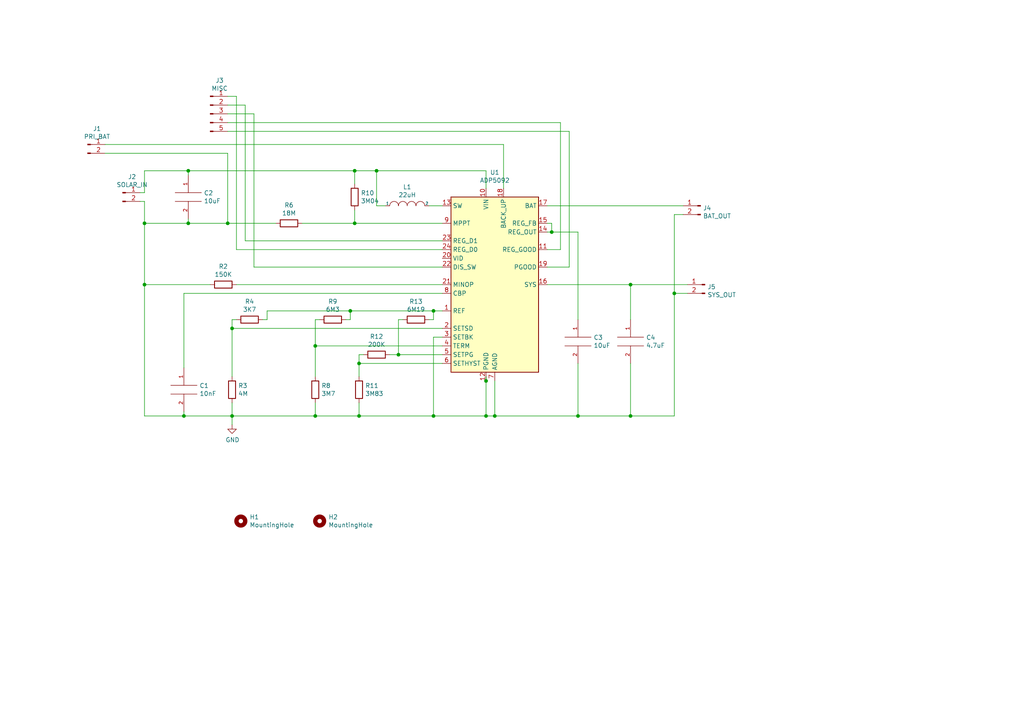
<source format=kicad_sch>
(kicad_sch (version 20211123) (generator eeschema)
  (paper "A4")
  (lib_symbols
    (symbol "Battery_Management:ADP5092"
      (property "Reference" "U" (at -10.16 26.67 0))
      (property "Value" "ADP5092" (at 7.62 26.67 0))
      (symbol "ADP5092_0_1"
        (rectangle (start 12.7 25.4) (end -12.7 -25.4) (stroke (width 0.254)) (fill (type background)))
      )
      (symbol "ADP5092_1_1"
        (pin passive line (at -15.24 -7.62 0) (length 2.54) (name "REF") (number "1"))
        (pin power_in line (at -2.54 27.94 270) (length 2.54) (name "VIN") (number "10"))
        (pin output line (at 15.24 10.16 180) (length 2.54) (name "REG_GOOD") (number "11"))
        (pin power_in line (at -2.54 -27.94 90) (length 2.54) (name "PGND") (number "12"))
        (pin power_in line (at -15.24 22.86 0) (length 2.54) (name "SW") (number "13"))
        (pin power_out line (at 15.24 15.24 180) (length 2.54) (name "REG_OUT") (number "14"))
        (pin power_out line (at 15.24 17.78 180) (length 2.54) (name "REG_FB") (number "15"))
        (pin power_out line (at 15.24 0 180) (length 2.54) (name "SYS") (number "16"))
        (pin power_out line (at 15.24 22.86 180) (length 2.54) (name "BAT") (number "17"))
        (pin power_in line (at 2.54 27.94 270) (length 2.54) (name "BACK_UP") (number "18"))
        (pin output line (at 15.24 5.08 180) (length 2.54) (name "PGOOD") (number "19"))
        (pin passive line (at -15.24 -12.7 0) (length 2.54) (name "SETSD") (number "2"))
        (pin input line (at -15.24 7.62 0) (length 2.54) (name "VID") (number "20"))
        (pin passive line (at -15.24 0 0) (length 2.54) (name "MINOP") (number "21"))
        (pin input line (at -15.24 5.08 0) (length 2.54) (name "DIS_SW") (number "22"))
        (pin input line (at -15.24 12.7 0) (length 2.54) (name "REG_D1") (number "23"))
        (pin input line (at -15.24 10.16 0) (length 2.54) (name "REG_D0") (number "24"))
        (pin passive line (at 0 -27.94 90) (length 2.54) hide (name "AGND") (number "25"))
        (pin passive line (at -15.24 -15.24 0) (length 2.54) (name "SETBK") (number "3"))
        (pin passive line (at -15.24 -17.78 0) (length 2.54) (name "TERM") (number "4"))
        (pin passive line (at -15.24 -20.32 0) (length 2.54) (name "SETPG") (number "5"))
        (pin passive line (at -15.24 -22.86 0) (length 2.54) (name "SETHYST") (number "6"))
        (pin power_in line (at 0 -27.94 90) (length 2.54) (name "AGND") (number "7"))
        (pin passive line (at -15.24 -2.54 0) (length 2.54) (name "CBP") (number "8"))
        (pin input line (at -15.24 17.78 0) (length 2.54) (name "MPPT") (number "9"))
      )
    )
    (symbol "Connector:Conn_01x02_Male" (pin_names (offset 1.016) hide)
      (property "Reference" "J" (at 0 2.54 0))
      (property "Value" "Conn_01x02_Male" (at 0 -5.08 0))
      (symbol "Conn_01x02_Male_1_1"
        (polyline (pts (xy 1.27 -2.54) (xy 0.8636 -2.54)) (stroke (width 0.1524)))
        (polyline (pts (xy 1.27 0) (xy 0.8636 0)) (stroke (width 0.1524)))
        (rectangle (start 0.8636 -2.413) (end 0 -2.667) (stroke (width 0.1524)) (fill (type outline)))
        (rectangle (start 0.8636 0.127) (end 0 -0.127) (stroke (width 0.1524)) (fill (type outline)))
        (pin passive line (at 5.08 0 180) (length 3.81) (name "Pin_1") (number "1"))
        (pin passive line (at 5.08 -2.54 180) (length 3.81) (name "Pin_2") (number "2"))
      )
    )
    (symbol "Connector:Conn_01x05_Male" (pin_names (offset 1.016) hide)
      (property "Reference" "J" (at 0 7.62 0))
      (property "Value" "Conn_01x05_Male" (at 0 -7.62 0))
      (symbol "Conn_01x05_Male_1_1"
        (polyline (pts (xy 1.27 -5.08) (xy 0.8636 -5.08)) (stroke (width 0.1524)))
        (polyline (pts (xy 1.27 -2.54) (xy 0.8636 -2.54)) (stroke (width 0.1524)))
        (polyline (pts (xy 1.27 0) (xy 0.8636 0)) (stroke (width 0.1524)))
        (polyline (pts (xy 1.27 2.54) (xy 0.8636 2.54)) (stroke (width 0.1524)))
        (polyline (pts (xy 1.27 5.08) (xy 0.8636 5.08)) (stroke (width 0.1524)))
        (rectangle (start 0.8636 -4.953) (end 0 -5.207) (stroke (width 0.1524)) (fill (type outline)))
        (rectangle (start 0.8636 -2.413) (end 0 -2.667) (stroke (width 0.1524)) (fill (type outline)))
        (rectangle (start 0.8636 0.127) (end 0 -0.127) (stroke (width 0.1524)) (fill (type outline)))
        (rectangle (start 0.8636 2.667) (end 0 2.413) (stroke (width 0.1524)) (fill (type outline)))
        (rectangle (start 0.8636 5.207) (end 0 4.953) (stroke (width 0.1524)) (fill (type outline)))
        (pin passive line (at 5.08 5.08 180) (length 3.81) (name "Pin_1") (number "1"))
        (pin passive line (at 5.08 2.54 180) (length 3.81) (name "Pin_2") (number "2"))
        (pin passive line (at 5.08 0 180) (length 3.81) (name "Pin_3") (number "3"))
        (pin passive line (at 5.08 -2.54 180) (length 3.81) (name "Pin_4") (number "4"))
        (pin passive line (at 5.08 -5.08 180) (length 3.81) (name "Pin_5") (number "5"))
      )
    )
    (symbol "Device:R" (pin_numbers hide) (pin_names (offset 0))
      (property "Reference" "R" (at 2.032 0 90))
      (property "Value" "R" (at 0 0 90))
      (symbol "R_0_1"
        (rectangle (start -1.016 -2.54) (end 1.016 2.54) (stroke (width 0.254)))
      )
      (symbol "R_1_1"
        (pin passive line (at 0 3.81 270) (length 1.27) (name "~") (number "1"))
        (pin passive line (at 0 -3.81 90) (length 1.27) (name "~") (number "2"))
      )
    )
    (symbol "Mechanical:MountingHole" (pin_names (offset 1.016))
      (property "Reference" "H" (at 0 5.08 0))
      (property "Value" "MountingHole" (at 0 3.175 0))
      (symbol "MountingHole_0_1"
        (circle (center 0 0) (radius 1.27) (stroke (width 1.27)))
      )
    )
    (symbol "power:GND" (power) (pin_names (offset 0))
      (property "Value" "GND" (at 0 -3.81 0))
      (symbol "GND_0_1"
        (polyline (pts (xy 0 0) (xy 0 -1.27) (xy 1.27 -1.27) (xy 0 -2.54) (xy -1.27 -1.27) (xy 0 -1.27)))
      )
      (symbol "GND_1_1"
        (pin power_in line (at 0 0 270) (length 0) hide (name "GND") (number "1"))
      )
    )
    (symbol "pspice:CAP" (pin_names (offset 0.254))
      (property "Reference" "C" (at 2.54 3.81 90))
      (property "Value" "CAP" (at 2.54 -3.81 90))
      (symbol "CAP_0_1"
        (polyline (pts (xy -3.81 -1.27) (xy 3.81 -1.27)))
        (polyline (pts (xy -3.81 1.27) (xy 3.81 1.27)))
      )
      (symbol "CAP_1_1"
        (pin passive line (at 0 6.35 270) (length 5.08) (name "~") (number "1"))
        (pin passive line (at 0 -6.35 90) (length 5.08) (name "~") (number "2"))
      )
    )
    (symbol "pspice:INDUCTOR" (pin_numbers hide) (pin_names (offset 0))
      (property "Reference" "L" (at 0 2.54 0))
      (property "Value" "INDUCTOR" (at 0 -1.27 0))
      (symbol "INDUCTOR_0_1"
        (arc (start -2.54 0) (mid -3.81 1.27) (end -5.08 0))
        (arc (start 0 0) (mid -1.27 1.27) (end -2.54 0))
        (arc (start 2.54 0) (mid 1.27 1.27) (end 0 0))
        (arc (start 5.08 0) (mid 3.81 1.27) (end 2.54 0))
      )
      (symbol "INDUCTOR_1_1"
        (pin input line (at -6.35 0 0) (length 1.27) (name "1") (number "1"))
        (pin input line (at 6.35 0 180) (length 1.27) (name "2") (number "2"))
      )
    )
  )
  (junction (at 195.58 85.09))
  (junction (at 53.34 120.65))
  (junction (at 140.97 120.65))
  (junction (at 140.97 110.49))
  (junction (at 54.61 64.77))
  (junction (at 125.73 120.65))
  (junction (at 67.31 95.25))
  (junction (at 91.44 100.33))
  (junction (at 104.14 120.65))
  (junction (at 125.73 90.17))
  (junction (at 115.57 102.87))
  (junction (at 54.61 49.53))
  (junction (at 66.04 64.77))
  (junction (at 41.91 64.77))
  (junction (at 102.87 64.77))
  (junction (at 101.6 90.17))
  (junction (at 182.88 82.55))
  (junction (at 143.51 120.65))
  (junction (at 41.91 82.55))
  (junction (at 91.44 120.65))
  (junction (at 160.02 67.31))
  (junction (at 104.14 105.41))
  (junction (at 167.64 120.65))
  (junction (at 109.22 49.53))
  (junction (at 102.87 49.53))
  (junction (at 182.88 120.65))
  (junction (at 67.31 120.65))
  (wire (pts (xy 66.04 64.77) (xy 54.61 64.77)))
  (wire (pts (xy 165.1 38.1) (xy 165.1 77.47)))
  (wire (pts (xy 30.48 41.91) (xy 146.05 41.91)))
  (wire (pts (xy 87.63 64.77) (xy 102.87 64.77)))
  (wire (pts (xy 146.05 41.91) (xy 146.05 54.61)))
  (wire (pts (xy 195.58 62.23) (xy 195.58 85.09)))
  (wire (pts (xy 125.73 90.17) (xy 128.27 90.17)))
  (wire (pts (xy 91.44 92.71) (xy 91.44 100.33)))
  (wire (pts (xy 125.73 97.79) (xy 125.73 120.65)))
  (wire (pts (xy 92.71 92.71) (xy 91.44 92.71)))
  (wire (pts (xy 128.27 97.79) (xy 125.73 97.79)))
  (wire (pts (xy 102.87 49.53) (xy 54.61 49.53)))
  (wire (pts (xy 104.14 116.84) (xy 104.14 120.65)))
  (wire (pts (xy 158.75 82.55) (xy 182.88 82.55)))
  (wire (pts (xy 30.48 44.45) (xy 66.04 44.45)))
  (wire (pts (xy 167.64 120.65) (xy 143.51 120.65)))
  (wire (pts (xy 66.04 33.02) (xy 73.66 33.02)))
  (wire (pts (xy 198.12 62.23) (xy 195.58 62.23)))
  (wire (pts (xy 165.1 77.47) (xy 158.75 77.47)))
  (wire (pts (xy 67.31 95.25) (xy 128.27 95.25)))
  (wire (pts (xy 71.12 30.48) (xy 71.12 69.85)))
  (wire (pts (xy 162.56 72.39) (xy 158.75 72.39)))
  (wire (pts (xy 67.31 92.71) (xy 67.31 95.25)))
  (wire (pts (xy 140.97 110.49) (xy 140.97 120.65)))
  (wire (pts (xy 60.96 82.55) (xy 41.91 82.55)))
  (wire (pts (xy 80.01 64.77) (xy 66.04 64.77)))
  (wire (pts (xy 54.61 49.53) (xy 54.61 50.8)))
  (wire (pts (xy 162.56 35.56) (xy 162.56 72.39)))
  (wire (pts (xy 128.27 72.39) (xy 68.58 72.39)))
  (wire (pts (xy 198.12 59.69) (xy 158.75 59.69)))
  (wire (pts (xy 104.14 120.65) (xy 91.44 120.65)))
  (wire (pts (xy 102.87 64.77) (xy 128.27 64.77)))
  (wire (pts (xy 104.14 102.87) (xy 105.41 102.87)))
  (wire (pts (xy 41.91 82.55) (xy 41.91 120.65)))
  (wire (pts (xy 199.39 85.09) (xy 195.58 85.09)))
  (wire (pts (xy 128.27 59.69) (xy 124.46 59.69)))
  (wire (pts (xy 71.12 69.85) (xy 128.27 69.85)))
  (wire (pts (xy 41.91 55.88) (xy 41.91 49.53)))
  (wire (pts (xy 102.87 49.53) (xy 109.22 49.53)))
  (wire (pts (xy 160.02 67.31) (xy 158.75 67.31)))
  (wire (pts (xy 102.87 60.96) (xy 102.87 64.77)))
  (wire (pts (xy 104.14 105.41) (xy 128.27 105.41)))
  (wire (pts (xy 53.34 120.65) (xy 67.31 120.65)))
  (wire (pts (xy 199.39 82.55) (xy 182.88 82.55)))
  (wire (pts (xy 124.46 92.71) (xy 125.73 92.71)))
  (wire (pts (xy 195.58 85.09) (xy 195.58 120.65)))
  (wire (pts (xy 41.91 58.42) (xy 41.91 64.77)))
  (wire (pts (xy 143.51 120.65) (xy 140.97 120.65)))
  (wire (pts (xy 68.58 27.94) (xy 66.04 27.94)))
  (wire (pts (xy 73.66 77.47) (xy 128.27 77.47)))
  (wire (pts (xy 77.47 90.17) (xy 101.6 90.17)))
  (wire (pts (xy 91.44 116.84) (xy 91.44 120.65)))
  (wire (pts (xy 91.44 100.33) (xy 91.44 109.22)))
  (wire (pts (xy 113.03 102.87) (xy 115.57 102.87)))
  (wire (pts (xy 68.58 72.39) (xy 68.58 27.94)))
  (wire (pts (xy 158.75 64.77) (xy 160.02 64.77)))
  (wire (pts (xy 53.34 106.68) (xy 53.34 85.09)))
  (wire (pts (xy 68.58 82.55) (xy 128.27 82.55)))
  (wire (pts (xy 66.04 44.45) (xy 66.04 64.77)))
  (wire (pts (xy 53.34 85.09) (xy 128.27 85.09)))
  (wire (pts (xy 41.91 49.53) (xy 54.61 49.53)))
  (wire (pts (xy 104.14 105.41) (xy 104.14 102.87)))
  (wire (pts (xy 100.33 92.71) (xy 101.6 92.71)))
  (wire (pts (xy 128.27 102.87) (xy 115.57 102.87)))
  (wire (pts (xy 195.58 120.65) (xy 182.88 120.65)))
  (wire (pts (xy 67.31 116.84) (xy 67.31 120.65)))
  (wire (pts (xy 66.04 35.56) (xy 162.56 35.56)))
  (wire (pts (xy 115.57 92.71) (xy 116.84 92.71)))
  (wire (pts (xy 67.31 120.65) (xy 91.44 120.65)))
  (wire (pts (xy 67.31 123.19) (xy 67.31 120.65)))
  (wire (pts (xy 109.22 49.53) (xy 140.97 49.53)))
  (wire (pts (xy 40.64 58.42) (xy 41.91 58.42)))
  (wire (pts (xy 182.88 105.41) (xy 182.88 120.65)))
  (wire (pts (xy 115.57 102.87) (xy 115.57 92.71)))
  (wire (pts (xy 111.76 59.69) (xy 109.22 59.69)))
  (wire (pts (xy 140.97 109.22) (xy 140.97 110.49)))
  (wire (pts (xy 140.97 120.65) (xy 125.73 120.65)))
  (wire (pts (xy 68.58 92.71) (xy 67.31 92.71)))
  (wire (pts (xy 125.73 120.65) (xy 104.14 120.65)))
  (wire (pts (xy 182.88 120.65) (xy 167.64 120.65)))
  (wire (pts (xy 167.64 105.41) (xy 167.64 120.65)))
  (wire (pts (xy 182.88 82.55) (xy 182.88 92.71)))
  (wire (pts (xy 66.04 30.48) (xy 71.12 30.48)))
  (wire (pts (xy 76.2 92.71) (xy 77.47 92.71)))
  (wire (pts (xy 41.91 120.65) (xy 53.34 120.65)))
  (wire (pts (xy 140.97 49.53) (xy 140.97 54.61)))
  (wire (pts (xy 53.34 119.38) (xy 53.34 120.65)))
  (wire (pts (xy 160.02 67.31) (xy 167.64 67.31)))
  (wire (pts (xy 109.22 59.69) (xy 109.22 49.53)))
  (wire (pts (xy 41.91 64.77) (xy 41.91 82.55)))
  (wire (pts (xy 160.02 64.77) (xy 160.02 67.31)))
  (wire (pts (xy 41.91 64.77) (xy 54.61 64.77)))
  (wire (pts (xy 167.64 67.31) (xy 167.64 92.71)))
  (wire (pts (xy 143.51 110.49) (xy 143.51 120.65)))
  (wire (pts (xy 73.66 33.02) (xy 73.66 77.47)))
  (wire (pts (xy 54.61 63.5) (xy 54.61 64.77)))
  (wire (pts (xy 102.87 53.34) (xy 102.87 49.53)))
  (wire (pts (xy 101.6 90.17) (xy 125.73 90.17)))
  (wire (pts (xy 66.04 38.1) (xy 165.1 38.1)))
  (wire (pts (xy 128.27 100.33) (xy 91.44 100.33)))
  (wire (pts (xy 67.31 109.22) (xy 67.31 95.25)))
  (wire (pts (xy 77.47 92.71) (xy 77.47 90.17)))
  (wire (pts (xy 125.73 92.71) (xy 125.73 90.17)))
  (wire (pts (xy 40.64 55.88) (xy 41.91 55.88)))
  (wire (pts (xy 101.6 92.71) (xy 101.6 90.17)))
  (wire (pts (xy 104.14 109.22) (xy 104.14 105.41)))
  (symbol (lib_id "Battery_Management:ADP5092") (at 143.51 82.55 0) (unit 1)
    (property "Reference" "U1" (at 143.51 50.0126 0))
    (property "Value" "ADP5092" (at 143.51 52.324 0))
    (property "Footprint" "Package_CSP:LFCSP-24-1EP_4x4mm_P0.5mm_EP2.3x2.3mm" (effects hide))
    (property "Datasheet" "https://www.analog.com/media/en/technical-documentation/data-sheets/ADP5091-5092.pdf" (effects hide))
  )
  (symbol (lib_id "power:GND") (at 67.31 123.19 0) (unit 1)
    (property "Reference" "#PWR0101" (effects hide))
    (property "Value" "GND" (at 67.437 127.5842 0))
  )
  (symbol (lib_id "Device:R") (at 109.22 102.87 90) (unit 1)
    (property "Reference" "R12" (at 109.22 97.6122 90))
    (property "Value" "200K" (at 109.22 99.9236 90))
    (property "Footprint" "Resistor_SMD:R_0603_1608Metric_Pad0.98x0.95mm_HandSolder" (effects hide))
  )
  (symbol (lib_id "Device:R") (at 91.44 113.03 0) (unit 1)
    (property "Reference" "R8" (at 93.218 111.8616 0) (effects (justify left)))
    (property "Value" "3M7" (at 93.218 114.173 0) (effects (justify left)))
    (property "Footprint" "Resistor_SMD:R_0603_1608Metric_Pad0.98x0.95mm_HandSolder" (effects hide))
  )
  (symbol (lib_id "Device:R") (at 72.39 92.71 90) (unit 1)
    (property "Reference" "R4" (at 72.39 87.4522 90))
    (property "Value" "3K7" (at 72.39 89.7636 90))
    (property "Footprint" "Resistor_SMD:R_0603_1608Metric_Pad0.98x0.95mm_HandSolder" (effects hide))
  )
  (symbol (lib_id "Device:R") (at 67.31 113.03 0) (unit 1)
    (property "Reference" "R3" (at 69.088 111.8616 0) (effects (justify left)))
    (property "Value" "4M" (at 69.088 114.173 0) (effects (justify left)))
    (property "Footprint" "Resistor_SMD:R_0603_1608Metric_Pad0.98x0.95mm_HandSolder" (effects hide))
  )
  (symbol (lib_id "Device:R") (at 96.52 92.71 90) (unit 1)
    (property "Reference" "R9" (at 96.52 87.4522 90))
    (property "Value" "6M3" (at 96.52 89.7636 90))
    (property "Footprint" "Resistor_SMD:R_0603_1608Metric_Pad0.98x0.95mm_HandSolder" (effects hide))
  )
  (symbol (lib_id "Device:R") (at 104.14 113.03 0) (unit 1)
    (property "Reference" "R11" (at 105.918 111.8616 0) (effects (justify left)))
    (property "Value" "3M83" (at 105.918 114.173 0) (effects (justify left)))
    (property "Footprint" "Resistor_SMD:R_0603_1608Metric_Pad0.98x0.95mm_HandSolder" (effects hide))
  )
  (symbol (lib_id "Device:R") (at 120.65 92.71 90) (unit 1)
    (property "Reference" "R13" (at 120.65 87.4522 90))
    (property "Value" "6M19" (at 120.65 89.7636 90))
    (property "Footprint" "Resistor_SMD:R_0603_1608Metric_Pad0.98x0.95mm_HandSolder" (effects hide))
  )
  (symbol (lib_id "pspice:CAP") (at 53.34 113.03 0) (unit 1)
    (property "Reference" "C1" (at 57.8612 111.8616 0) (effects (justify left)))
    (property "Value" "10nF" (at 57.8612 114.173 0) (effects (justify left)))
    (property "Footprint" "Capacitor_SMD:C_0603_1608Metric_Pad1.08x0.95mm_HandSolder" (effects hide))
  )
  (symbol (lib_id "Device:R") (at 64.77 82.55 270) (unit 1)
    (property "Reference" "R2" (at 64.77 77.2922 90))
    (property "Value" "150K" (at 64.77 79.6036 90))
    (property "Footprint" "Resistor_SMD:R_0603_1608Metric_Pad0.98x0.95mm_HandSolder" (effects hide))
  )
  (symbol (lib_id "Device:R") (at 102.87 57.15 180) (unit 1)
    (property "Reference" "R10" (at 104.648 55.9816 0) (effects (justify right)))
    (property "Value" "3M04" (at 104.648 58.293 0) (effects (justify right)))
    (property "Footprint" "Resistor_SMD:R_0603_1608Metric_Pad0.98x0.95mm_HandSolder" (effects hide))
  )
  (symbol (lib_id "Device:R") (at 83.82 64.77 270) (unit 1)
    (property "Reference" "R6" (at 83.82 59.5122 90))
    (property "Value" "18M" (at 83.82 61.8236 90))
    (property "Footprint" "Resistor_SMD:R_0603_1608Metric_Pad0.98x0.95mm_HandSolder" (effects hide))
  )
  (symbol (lib_id "pspice:INDUCTOR") (at 118.11 59.69 0) (unit 1)
    (property "Reference" "L1" (at 118.11 54.229 0))
    (property "Value" "22uH" (at 118.11 56.5404 0))
    (property "Footprint" "Inductor_SMD:L_Wuerth_WE-TPC-3816" (effects hide))
  )
  (symbol (lib_id "pspice:CAP") (at 54.61 57.15 0) (unit 1)
    (property "Reference" "C2" (at 59.1312 55.9816 0) (effects (justify left)))
    (property "Value" "10uF" (at 59.1312 58.293 0) (effects (justify left)))
    (property "Footprint" "Capacitor_SMD:C_0603_1608Metric_Pad1.08x0.95mm_HandSolder" (effects hide))
  )
  (symbol (lib_id "Connector:Conn_01x02_Male") (at 35.56 55.88 0) (unit 1)
    (property "Reference" "J2" (at 38.3032 51.2826 0))
    (property "Value" "SOLAR_IN" (at 38.3032 53.594 0))
    (property "Footprint" "Connector_PinHeader_2.54mm:PinHeader_1x02_P2.54mm_Vertical" (effects hide))
  )
  (symbol (lib_id "Connector:Conn_01x02_Male") (at 25.4 41.91 0) (unit 1)
    (property "Reference" "J1" (at 28.1432 37.3126 0))
    (property "Value" "PRI_BAT" (at 28.1432 39.624 0))
    (property "Footprint" "Connector_PinHeader_2.54mm:PinHeader_1x02_P2.54mm_Vertical" (effects hide))
  )
  (symbol (lib_id "Connector:Conn_01x02_Male") (at 203.2 59.69 0) (mirror y) (unit 1)
    (property "Reference" "J4" (at 203.9112 60.3504 0) (effects (justify right)))
    (property "Value" "BAT_OUT" (at 203.9112 62.6618 0) (effects (justify right)))
    (property "Footprint" "Connector_PinHeader_2.54mm:PinHeader_1x02_P2.54mm_Vertical" (effects hide))
  )
  (symbol (lib_id "pspice:CAP") (at 167.64 99.06 0) (unit 1)
    (property "Reference" "C3" (at 172.1612 97.8916 0) (effects (justify left)))
    (property "Value" "10uF" (at 172.1612 100.203 0) (effects (justify left)))
    (property "Footprint" "Capacitor_SMD:C_0603_1608Metric_Pad1.08x0.95mm_HandSolder" (effects hide))
  )
  (symbol (lib_id "pspice:CAP") (at 182.88 99.06 0) (unit 1)
    (property "Reference" "C4" (at 187.4012 97.8916 0) (effects (justify left)))
    (property "Value" "4.7uF" (at 187.4012 100.203 0) (effects (justify left)))
    (property "Footprint" "Capacitor_SMD:C_0603_1608Metric_Pad1.08x0.95mm_HandSolder" (effects hide))
  )
  (symbol (lib_id "Connector:Conn_01x02_Male") (at 204.47 82.55 0) (mirror y) (unit 1)
    (property "Reference" "J5" (at 205.1812 83.2104 0) (effects (justify right)))
    (property "Value" "SYS_OUT" (at 205.1812 85.5218 0) (effects (justify right)))
    (property "Footprint" "Connector_PinHeader_2.54mm:PinHeader_1x02_P2.54mm_Vertical" (effects hide))
  )
  (symbol (lib_id "Connector:Conn_01x05_Male") (at 60.96 33.02 0) (unit 1)
    (property "Reference" "J3" (at 63.7032 23.3426 0))
    (property "Value" "MISC" (at 63.7032 25.654 0))
    (property "Footprint" "Connector_PinHeader_2.54mm:PinHeader_1x05_P2.54mm_Vertical" (effects hide))
  )
  (symbol (lib_id "Mechanical:MountingHole") (at 69.85 151.13 0) (unit 1)
    (property "Reference" "H1" (at 72.39 149.9616 0) (effects (justify left)))
    (property "Value" "MountingHole" (at 72.39 152.273 0) (effects (justify left)))
    (property "Footprint" "MountingHole:MountingHole_3.2mm_M3" (effects hide))
  )
  (symbol (lib_id "Mechanical:MountingHole") (at 92.71 151.13 0) (unit 1)
    (property "Reference" "H2" (at 95.25 149.9616 0) (effects (justify left)))
    (property "Value" "MountingHole" (at 95.25 152.273 0) (effects (justify left)))
    (property "Footprint" "MountingHole:MountingHole_3.2mm_M3" (effects hide))
  )
)
</source>
